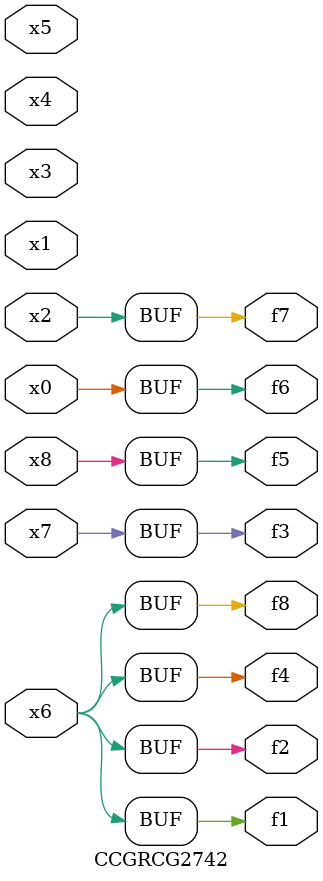
<source format=v>
module CCGRCG2742(
	input x0, x1, x2, x3, x4, x5, x6, x7, x8,
	output f1, f2, f3, f4, f5, f6, f7, f8
);
	assign f1 = x6;
	assign f2 = x6;
	assign f3 = x7;
	assign f4 = x6;
	assign f5 = x8;
	assign f6 = x0;
	assign f7 = x2;
	assign f8 = x6;
endmodule

</source>
